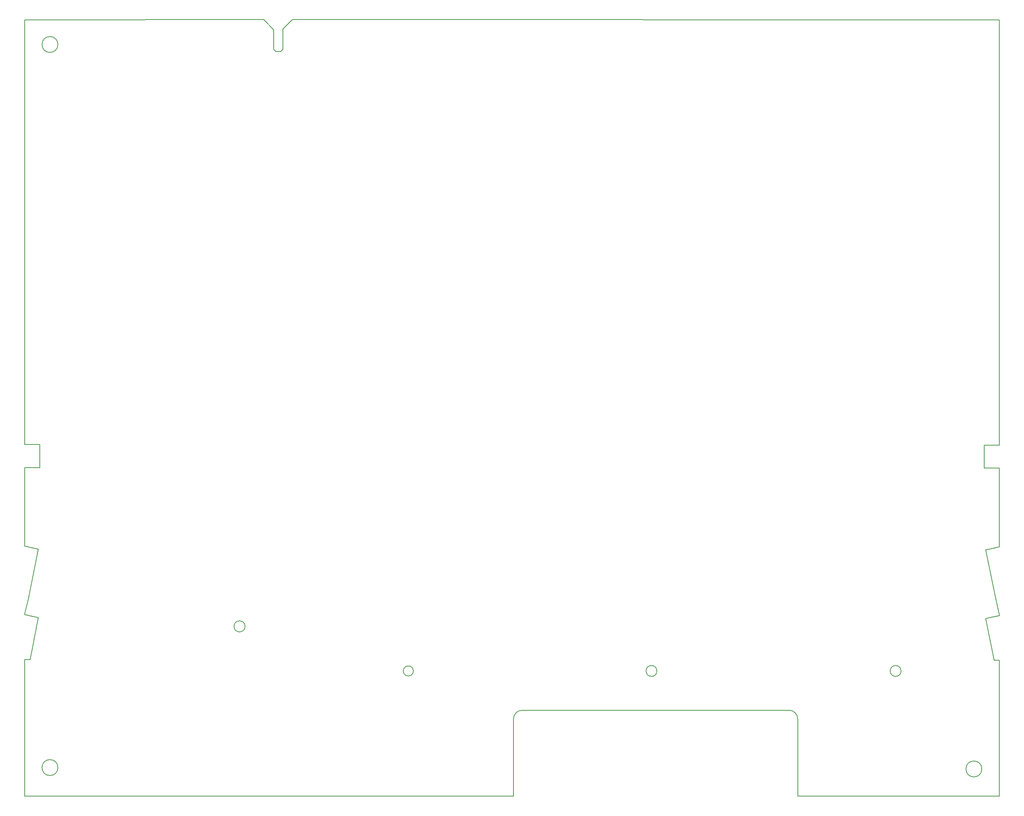
<source format=gbr>
%FSLAX34Y34*%
%MOMM*%
%LNOUTLINE*%
G71*
G01*
%ADD10C,0.150*%
%ADD11C,0.200*%
%LPD*%
G54D10*
G75*
G01X546100Y-450850D02*
G03X546100Y-450850I-12700J0D01*
G01*
G54D10*
G75*
G01X932930Y-553348D02*
G03X932930Y-553348I-11500J0D01*
G01*
G54D10*
G75*
G01X2053911Y-553348D02*
G03X2053911Y-553348I-12500J0D01*
G01*
G54D10*
G75*
G01X1492730Y-553348D02*
G03X1492730Y-553348I-12500J0D01*
G01*
G54D11*
G75*
G01X1183117Y-643627D02*
G03X1163117Y-663627I0J-20000D01*
G01*
G54D11*
G75*
G01X1816405Y-663627D02*
G03X1796405Y-643627I-20000J0D01*
G01*
G54D11*
X2279856Y315075D02*
X2279856Y-33925D01*
X2244856Y-33925D01*
X2244856Y-86925D01*
X2244875Y-86944D01*
X2279837Y-86944D01*
X2279837Y-267925D01*
X2258337Y-272925D01*
X2248837Y-274925D01*
X2271837Y-389925D01*
X2279837Y-423925D01*
X2279837Y-425925D01*
X2258337Y-430925D01*
X2248837Y-432925D01*
X2267837Y-528925D01*
X2279837Y-528925D01*
X2279856Y-828925D01*
X2279856Y-840425D01*
X2279739Y-840808D01*
X1849742Y-840808D01*
G54D11*
X2279856Y405075D02*
X2279856Y943825D01*
X654859Y944075D01*
X632859Y922075D01*
X632859Y876075D01*
X627859Y871075D01*
X616859Y871075D01*
X611859Y876075D01*
X611859Y921075D01*
X588859Y944075D01*
X39860Y943825D01*
X39860Y-32925D01*
X73860Y-32925D01*
X73860Y-85925D01*
X39860Y-85925D01*
X39860Y-265925D01*
X61360Y-270925D01*
X70860Y-272925D01*
X47860Y-387925D01*
X39860Y-421925D01*
X39860Y-423925D01*
X61360Y-428925D01*
X70860Y-430925D01*
X51860Y-526925D01*
X39860Y-526925D01*
X39860Y-841175D01*
X1151859Y-840925D01*
G54D11*
X1183117Y-643627D02*
X1796405Y-643627D01*
G54D11*
X1163117Y-663627D02*
X1163117Y-840925D01*
X1151859Y-840925D01*
G54D11*
X1816405Y-663627D02*
X1816405Y-840808D01*
X1849742Y-840808D01*
G54D11*
X2279856Y315075D02*
X2279856Y405075D01*
G54D11*
G75*
G01X115887Y887016D02*
G03X115887Y887016I-18256J0D01*
G01*
G54D11*
G75*
G01X115887Y-775494D02*
G03X115887Y-775494I-18256J0D01*
G01*
G54D11*
G75*
G01X2239565Y-778669D02*
G03X2239565Y-778669I-18256J0D01*
G01*
M02*

</source>
